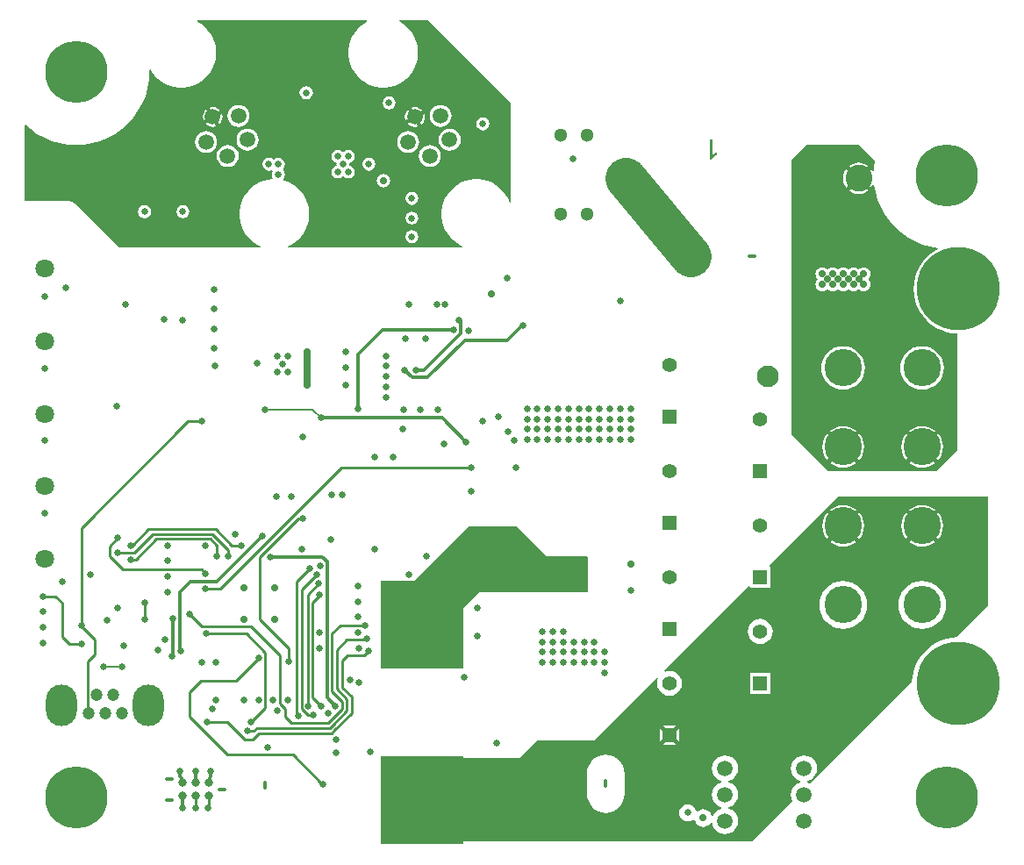
<source format=gbr>
%TF.GenerationSoftware,Altium Limited,Altium Designer,22.0.2 (36)*%
G04 Layer_Physical_Order=1*
G04 Layer_Color=255*
%FSLAX45Y45*%
%MOMM*%
%TF.SameCoordinates,6C3A6253-EFF2-48E9-9C48-1F107FDFC152*%
%TF.FilePolarity,Positive*%
%TF.FileFunction,Copper,L1,Top,Signal*%
%TF.Part,Single*%
G01*
G75*
%TA.AperFunction,SMDPad,CuDef*%
%ADD10R,8.00000X8.50000*%
%TA.AperFunction,BGAPad,CuDef*%
%ADD11C,0.80000*%
%TA.AperFunction,Conductor*%
%ADD12C,4.00000*%
%ADD13C,0.25000*%
%ADD14C,0.30000*%
%ADD15C,0.65000*%
%ADD16C,0.20000*%
%TA.AperFunction,ComponentPad*%
%ADD17C,1.80000*%
%ADD18C,1.40000*%
%ADD19R,1.40000X1.40000*%
%ADD20O,3.00000X4.00000*%
%ADD21C,1.20000*%
%ADD22O,0.80000X0.40000*%
%ADD23C,0.65000*%
%ADD24C,3.60000*%
%ADD25C,8.00000*%
%ADD26C,2.60000*%
%ADD27C,1.50000*%
%ADD28C,2.10000*%
%ADD29C,1.30000*%
%TA.AperFunction,ViaPad*%
%ADD30C,6.00000*%
%TA.AperFunction,WasherPad*%
%ADD31O,0.40000X0.80000*%
%ADD32O,0.80000X0.40000*%
%TA.AperFunction,ViaPad*%
%ADD33C,0.65000*%
%ADD34C,0.70000*%
G36*
X4694250Y7205113D02*
Y6238712D01*
X4681654Y6236652D01*
X4664754Y6277451D01*
X4642674Y6315695D01*
X4615791Y6350730D01*
X4584564Y6381956D01*
X4549529Y6408840D01*
X4511285Y6430920D01*
X4470486Y6447819D01*
X4427830Y6459249D01*
X4384048Y6465013D01*
X4339887D01*
X4296104Y6459249D01*
X4253448Y6447819D01*
X4212649Y6430920D01*
X4174405Y6408840D01*
X4139370Y6381956D01*
X4108144Y6350730D01*
X4081261Y6315695D01*
X4059180Y6277451D01*
X4042281Y6236652D01*
X4030851Y6193996D01*
X4025087Y6150213D01*
Y6106053D01*
X4030851Y6062270D01*
X4042281Y6019614D01*
X4059180Y5978815D01*
X4081261Y5940571D01*
X4108144Y5905536D01*
X4139370Y5874310D01*
X4174405Y5847426D01*
X4212649Y5825346D01*
X4229297Y5818450D01*
X4226771Y5805750D01*
X2547164Y5805750D01*
X2544638Y5818450D01*
X2561285Y5825346D01*
X2599529Y5847426D01*
X2634564Y5874310D01*
X2665790Y5905536D01*
X2692674Y5940571D01*
X2714754Y5978815D01*
X2731654Y6019614D01*
X2743083Y6062270D01*
X2748847Y6106053D01*
Y6150213D01*
X2743083Y6193996D01*
X2731654Y6236652D01*
X2714754Y6277451D01*
X2692674Y6315695D01*
X2665790Y6350730D01*
X2634564Y6381956D01*
X2599529Y6408840D01*
X2561285Y6430920D01*
X2520486Y6447819D01*
X2499124Y6453543D01*
X2496670Y6467349D01*
X2508874Y6485614D01*
X2513724Y6510000D01*
X2508874Y6534386D01*
X2497552Y6551331D01*
X2495965Y6560000D01*
X2497552Y6568669D01*
X2508874Y6585614D01*
X2513724Y6610000D01*
X2508874Y6634386D01*
X2495060Y6655060D01*
X2474386Y6668874D01*
X2450000Y6673725D01*
X2425614Y6668874D01*
X2405000Y6655100D01*
X2384386Y6668874D01*
X2360000Y6673725D01*
X2335614Y6668874D01*
X2314940Y6655060D01*
X2301126Y6634386D01*
X2296276Y6610000D01*
X2301126Y6585614D01*
X2314940Y6564940D01*
X2335614Y6551126D01*
X2360000Y6546275D01*
X2384386Y6551126D01*
X2389175Y6554326D01*
X2398331Y6545170D01*
X2391126Y6534386D01*
X2386275Y6510000D01*
X2391126Y6485614D01*
X2397407Y6476214D01*
X2391420Y6465013D01*
X2389887D01*
X2346104Y6459249D01*
X2303448Y6447819D01*
X2262649Y6430920D01*
X2224405Y6408840D01*
X2189370Y6381956D01*
X2158144Y6350730D01*
X2131260Y6315695D01*
X2109180Y6277451D01*
X2092281Y6236652D01*
X2080851Y6193996D01*
X2075087Y6150213D01*
Y6106053D01*
X2080851Y6062270D01*
X2092281Y6019614D01*
X2109180Y5978815D01*
X2131260Y5940571D01*
X2158144Y5905536D01*
X2189370Y5874310D01*
X2224405Y5847426D01*
X2262649Y5825346D01*
X2279296Y5818450D01*
X2276770Y5805750D01*
X914513D01*
X510132Y6210132D01*
X486530Y6229501D01*
X459603Y6243894D01*
X430385Y6252757D01*
X400000Y6255750D01*
X450D01*
Y6983899D01*
X13150Y6989582D01*
X59747Y6947940D01*
X124327Y6902119D01*
X193630Y6863816D01*
X266786Y6833514D01*
X342876Y6811593D01*
X420941Y6798329D01*
X500000Y6793889D01*
X579059Y6798329D01*
X657124Y6811593D01*
X733214Y6833514D01*
X806370Y6863816D01*
X875673Y6902119D01*
X940253Y6947940D01*
X999296Y7000704D01*
X1052060Y7059747D01*
X1097881Y7124327D01*
X1136184Y7193630D01*
X1166486Y7266786D01*
X1188407Y7342876D01*
X1201671Y7420941D01*
X1206111Y7500000D01*
X1205017Y7519471D01*
X1217528Y7523203D01*
X1231821Y7498446D01*
X1258704Y7463411D01*
X1289930Y7432185D01*
X1324965Y7405302D01*
X1363209Y7383221D01*
X1404009Y7366322D01*
X1446664Y7354892D01*
X1490447Y7349128D01*
X1534608D01*
X1578391Y7354892D01*
X1621046Y7366322D01*
X1661846Y7383221D01*
X1700090Y7405302D01*
X1735125Y7432185D01*
X1766351Y7463411D01*
X1793234Y7498446D01*
X1815314Y7536690D01*
X1832214Y7577490D01*
X1843644Y7620145D01*
X1849408Y7663928D01*
Y7708089D01*
X1843644Y7751871D01*
X1832214Y7794527D01*
X1815314Y7835326D01*
X1793234Y7873570D01*
X1766351Y7908605D01*
X1735125Y7939832D01*
X1700090Y7966715D01*
X1665216Y7986850D01*
X1668619Y7999550D01*
X3306436D01*
X3309839Y7986850D01*
X3274966Y7966715D01*
X3239931Y7939832D01*
X3208704Y7908606D01*
X3181821Y7873571D01*
X3159741Y7835327D01*
X3142841Y7794527D01*
X3131412Y7751872D01*
X3125648Y7708089D01*
Y7663928D01*
X3131412Y7620146D01*
X3142841Y7577490D01*
X3159741Y7536691D01*
X3181821Y7498447D01*
X3208704Y7463412D01*
X3239931Y7432185D01*
X3274966Y7405302D01*
X3313210Y7383222D01*
X3354009Y7366322D01*
X3396665Y7354893D01*
X3440447Y7349129D01*
X3484608D01*
X3528391Y7354893D01*
X3571046Y7366322D01*
X3611846Y7383222D01*
X3650090Y7405302D01*
X3685125Y7432185D01*
X3716351Y7463412D01*
X3743234Y7498447D01*
X3765315Y7536691D01*
X3782214Y7577490D01*
X3793644Y7620146D01*
X3799408Y7663928D01*
Y7708089D01*
X3793644Y7751872D01*
X3782214Y7794527D01*
X3765315Y7835327D01*
X3743234Y7873571D01*
X3716351Y7908606D01*
X3685125Y7939832D01*
X3650090Y7966715D01*
X3615216Y7986850D01*
X3618619Y7999550D01*
X3899814D01*
X4694250Y7205113D01*
D02*
G37*
G36*
X8208875Y6641125D02*
X8198330Y6579059D01*
X8196479Y6546102D01*
X8183599Y6543257D01*
X8175324Y6558739D01*
X8169329Y6566044D01*
X8078285Y6475000D01*
X8169329Y6383956D01*
X8175324Y6391261D01*
X8186832Y6412792D01*
X8200081Y6410636D01*
X8211593Y6342876D01*
X8233514Y6266786D01*
X8263817Y6193630D01*
X8302120Y6124327D01*
X8347941Y6059747D01*
X8400705Y6000704D01*
X8459748Y5947940D01*
X8524327Y5902119D01*
X8593631Y5863816D01*
X8666787Y5833514D01*
X8742876Y5811593D01*
X8813297Y5799628D01*
X8815225Y5786418D01*
X8798539Y5778190D01*
X8751671Y5746874D01*
X8709292Y5709708D01*
X8672126Y5667329D01*
X8640810Y5620461D01*
X8615880Y5569907D01*
X8597761Y5516531D01*
X8586764Y5461247D01*
X8583078Y5405000D01*
X8586764Y5348753D01*
X8597761Y5293469D01*
X8615880Y5240093D01*
X8640810Y5189539D01*
X8672126Y5142671D01*
X8709292Y5100292D01*
X8751671Y5063126D01*
X8798539Y5031810D01*
X8849093Y5006880D01*
X8902469Y4988761D01*
X8957753Y4977764D01*
X9000000Y4974995D01*
Y3850000D01*
X8800000Y3650000D01*
X7750000D01*
X7400000Y4000000D01*
Y6650000D01*
X7550000Y6800000D01*
X8050000D01*
X8208875Y6641125D01*
D02*
G37*
G36*
X9300000Y2350000D02*
X8994701Y2044701D01*
X8955137Y2042107D01*
X8897282Y2030599D01*
X8841423Y2011638D01*
X8788517Y1985547D01*
X8739470Y1952775D01*
X8695119Y1913881D01*
X8656225Y1869530D01*
X8623453Y1820483D01*
X8597362Y1767577D01*
X8578401Y1711718D01*
X8566893Y1653863D01*
X8564300Y1614300D01*
X7583730Y633729D01*
X7557772Y644482D01*
X7557766Y644502D01*
Y657498D01*
X7557772Y657518D01*
X7585039Y668813D01*
X7611151Y688849D01*
X7631187Y714961D01*
X7643783Y745368D01*
X7648078Y778000D01*
X7643783Y810632D01*
X7631187Y841039D01*
X7611151Y867151D01*
X7585039Y887187D01*
X7554632Y899783D01*
X7522000Y904078D01*
X7489368Y899783D01*
X7458961Y887187D01*
X7432849Y867151D01*
X7412813Y841039D01*
X7400217Y810632D01*
X7395921Y778000D01*
X7400217Y745368D01*
X7412813Y714961D01*
X7432849Y688849D01*
X7458961Y668813D01*
X7486228Y657518D01*
X7486233Y657498D01*
Y644502D01*
X7486228Y644482D01*
X7458961Y633187D01*
X7432849Y613151D01*
X7412813Y587039D01*
X7400217Y556632D01*
X7395921Y524000D01*
X7400217Y491368D01*
X7412270Y462270D01*
X7025000Y75000D01*
X3500000Y75000D01*
X3500000Y875000D01*
X4775000Y875000D01*
X4950000Y1050000D01*
X5500000D01*
X6103546Y1653546D01*
X6114313Y1646352D01*
X6108089Y1631326D01*
X6103965Y1600000D01*
X6108089Y1568674D01*
X6120180Y1539483D01*
X6139415Y1514415D01*
X6164482Y1495180D01*
X6193674Y1483089D01*
X6225000Y1478965D01*
X6256326Y1483089D01*
X6285518Y1495180D01*
X6310585Y1514415D01*
X6329820Y1539483D01*
X6341911Y1568674D01*
X6346035Y1600000D01*
X6341911Y1631326D01*
X6329820Y1660518D01*
X6310585Y1685585D01*
X6285518Y1704820D01*
X6256326Y1716911D01*
X6225000Y1721035D01*
X6193674Y1716911D01*
X6178648Y1710687D01*
X6171454Y1721454D01*
X6988267Y2538267D01*
X7000000Y2533406D01*
Y2525000D01*
X7200000D01*
Y2725000D01*
X7191594D01*
X7186734Y2736733D01*
X7850000Y3400000D01*
X9300000Y3400000D01*
X9300000Y2350000D01*
D02*
G37*
G36*
X5030000Y2830000D02*
X5430000D01*
X5440000Y2820000D01*
Y2480000D01*
X4389999Y2479999D01*
X4220000Y2310000D01*
X4220000Y1802700D01*
X4213482Y1790000D01*
X3450000D01*
X3450000Y2270000D01*
X4290000Y3109999D01*
X4750000Y3110000D01*
X5030000Y2830000D01*
D02*
G37*
G36*
X6638201Y6696280D02*
X6638478Y6696558D01*
X6639867Y6697668D01*
X6641532Y6699334D01*
X6644309Y6701277D01*
X6647362Y6703776D01*
X6651249Y6706552D01*
X6655691Y6709606D01*
X6660688Y6712660D01*
X6660966D01*
X6661243Y6712937D01*
X6662909Y6714048D01*
X6665685Y6715436D01*
X6669017Y6717102D01*
X6672904Y6719045D01*
X6677068Y6720988D01*
X6681232Y6722932D01*
X6685397Y6724597D01*
Y6701832D01*
X6685119D01*
X6684564Y6701277D01*
X6683453Y6701000D01*
X6682065Y6700167D01*
X6680399Y6699334D01*
X6678456Y6698223D01*
X6673736Y6695447D01*
X6668184Y6692393D01*
X6662632Y6688507D01*
X6656802Y6684065D01*
X6650971Y6679345D01*
X6650694Y6679067D01*
X6650416Y6678790D01*
X6649583Y6677957D01*
X6648473Y6677124D01*
X6645974Y6674348D01*
X6642643Y6671016D01*
X6639311Y6667130D01*
X6635702Y6662688D01*
X6632648Y6658246D01*
X6629872Y6653526D01*
X6614603D01*
Y6846473D01*
X6638201D01*
Y6696280D01*
D02*
G37*
%LPC*%
G36*
X2720000Y7363724D02*
X2695614Y7358874D01*
X2674940Y7345060D01*
X2661126Y7324386D01*
X2656275Y7300000D01*
X2661126Y7275614D01*
X2674940Y7254940D01*
X2695614Y7241126D01*
X2720000Y7236275D01*
X2744386Y7241126D01*
X2765060Y7254940D01*
X2778874Y7275614D01*
X2783724Y7300000D01*
X2778874Y7324386D01*
X2765060Y7345060D01*
X2744386Y7358874D01*
X2720000Y7363724D01*
D02*
G37*
G36*
X3520000Y7263725D02*
X3495614Y7258874D01*
X3474940Y7245060D01*
X3461126Y7224386D01*
X3456276Y7200000D01*
X3461126Y7175614D01*
X3474940Y7154940D01*
X3495614Y7141126D01*
X3520000Y7136276D01*
X3544386Y7141126D01*
X3565060Y7154940D01*
X3578874Y7175614D01*
X3583725Y7200000D01*
X3578874Y7224386D01*
X3565060Y7245060D01*
X3544386Y7258874D01*
X3520000Y7263725D01*
D02*
G37*
G36*
X1818145Y7160559D02*
X1793345Y7157294D01*
X1788873Y7155442D01*
X1825465Y7092061D01*
X1888846Y7128654D01*
X1885899Y7132494D01*
X1866055Y7147722D01*
X1842945Y7157294D01*
X1818145Y7160559D01*
D02*
G37*
G36*
X3768145Y7160560D02*
X3743345Y7157295D01*
X3738872Y7155442D01*
X3775465Y7092061D01*
X3838847Y7128654D01*
X3835899Y7132495D01*
X3816055Y7147722D01*
X3792945Y7157295D01*
X3768145Y7160560D01*
D02*
G37*
G36*
X3704231Y7135442D02*
X3700390Y7132495D01*
X3685163Y7112650D01*
X3675590Y7089540D01*
X3672325Y7064740D01*
X3675590Y7039940D01*
X3677443Y7035468D01*
X3740824Y7072061D01*
X3704231Y7135442D01*
D02*
G37*
G36*
X1754231D02*
X1750390Y7132494D01*
X1735163Y7112649D01*
X1725590Y7089540D01*
X1722325Y7064740D01*
X1725590Y7039940D01*
X1727443Y7035468D01*
X1790824Y7072061D01*
X1754231Y7135442D01*
D02*
G37*
G36*
X3858847Y7094013D02*
X3795465Y7057419D01*
X3832058Y6994038D01*
X3835899Y6996986D01*
X3851127Y7016831D01*
X3860699Y7039940D01*
X3863964Y7064740D01*
X3860699Y7089540D01*
X3858847Y7094013D01*
D02*
G37*
G36*
X1908847Y7094013D02*
X1845466Y7057420D01*
X1882059Y6994038D01*
X1885899Y6996985D01*
X1901127Y7016830D01*
X1910700Y7039940D01*
X1913964Y7064740D01*
X1910700Y7089540D01*
X1908847Y7094013D01*
D02*
G37*
G36*
X4015515Y7182009D02*
X3988105Y7178400D01*
X3962562Y7167821D01*
X3940628Y7150990D01*
X3923798Y7129056D01*
X3913218Y7103514D01*
X3909609Y7076103D01*
X3913218Y7048693D01*
X3923798Y7023150D01*
X3940628Y7001216D01*
X3962562Y6984386D01*
X3988105Y6973806D01*
X4015515Y6970197D01*
X4042925Y6973806D01*
X4068468Y6984386D01*
X4090402Y7001216D01*
X4107232Y7023150D01*
X4117812Y7048693D01*
X4121421Y7076103D01*
X4117812Y7103514D01*
X4107232Y7129056D01*
X4090402Y7150990D01*
X4068468Y7167820D01*
X4042925Y7178400D01*
X4015515Y7182009D01*
D02*
G37*
G36*
X2065515Y7182009D02*
X2038104Y7178400D01*
X2012562Y7167820D01*
X1990628Y7150990D01*
X1973797Y7129056D01*
X1963217Y7103513D01*
X1959609Y7076103D01*
X1963217Y7048693D01*
X1973797Y7023150D01*
X1990628Y7001216D01*
X2012562Y6984386D01*
X2038104Y6973806D01*
X2065515Y6970197D01*
X2092925Y6973806D01*
X2118467Y6984386D01*
X2140401Y7001216D01*
X2157232Y7023150D01*
X2167812Y7048693D01*
X2171420Y7076103D01*
X2167812Y7103513D01*
X2157232Y7129056D01*
X2140401Y7150990D01*
X2118467Y7167820D01*
X2092925Y7178400D01*
X2065515Y7182009D01*
D02*
G37*
G36*
X3760824Y7037420D02*
X3697443Y7000826D01*
X3700390Y6996986D01*
X3720235Y6981758D01*
X3743345Y6972186D01*
X3768145Y6968921D01*
X3792945Y6972186D01*
X3797417Y6974038D01*
X3760824Y7037420D01*
D02*
G37*
G36*
X1810824D02*
X1747443Y7000826D01*
X1750390Y6996985D01*
X1770235Y6981758D01*
X1793345Y6972185D01*
X1818145Y6968920D01*
X1842945Y6972185D01*
X1847418Y6974038D01*
X1810824Y7037420D01*
D02*
G37*
G36*
X4425000Y7063725D02*
X4400614Y7058874D01*
X4379940Y7045060D01*
X4366126Y7024386D01*
X4361276Y7000000D01*
X4366126Y6975614D01*
X4379940Y6954940D01*
X4400614Y6941126D01*
X4425000Y6936275D01*
X4449387Y6941126D01*
X4470060Y6954940D01*
X4483874Y6975614D01*
X4488725Y7000000D01*
X4483874Y7024386D01*
X4470060Y7045060D01*
X4449387Y7058874D01*
X4425000Y7063725D01*
D02*
G37*
G36*
X2153810Y6951295D02*
X2126400Y6947687D01*
X2100857Y6937107D01*
X2078923Y6920276D01*
X2062093Y6898342D01*
X2051513Y6872800D01*
X2047904Y6845389D01*
X2051513Y6817979D01*
X2062093Y6792437D01*
X2078923Y6770503D01*
X2100857Y6753672D01*
X2126400Y6743092D01*
X2153810Y6739484D01*
X2181221Y6743092D01*
X2206763Y6753672D01*
X2228697Y6770503D01*
X2245527Y6792437D01*
X2256108Y6817979D01*
X2259716Y6845389D01*
X2256108Y6872800D01*
X2245528Y6898342D01*
X2228697Y6920276D01*
X2206763Y6937107D01*
X2181221Y6947687D01*
X2153810Y6951295D01*
D02*
G37*
G36*
X4103810Y6951295D02*
X4076400Y6947686D01*
X4050857Y6937106D01*
X4028923Y6920276D01*
X4012093Y6898342D01*
X4001513Y6872799D01*
X3997904Y6845389D01*
X4001513Y6817978D01*
X4012093Y6792436D01*
X4028923Y6770502D01*
X4050857Y6753672D01*
X4076400Y6743092D01*
X4103810Y6739483D01*
X4131221Y6743092D01*
X4156763Y6753672D01*
X4178697Y6770502D01*
X4195527Y6792436D01*
X4206107Y6817978D01*
X4209716Y6845389D01*
X4206107Y6872799D01*
X4195528Y6898342D01*
X4178697Y6920276D01*
X4156763Y6937106D01*
X4131221Y6947686D01*
X4103810Y6951295D01*
D02*
G37*
G36*
X3125000Y6748725D02*
X3100613Y6743874D01*
X3079940Y6730060D01*
X3070060D01*
X3049386Y6743874D01*
X3025000Y6748725D01*
X3000614Y6743874D01*
X2979940Y6730060D01*
X2966126Y6709387D01*
X2961275Y6685000D01*
X2966126Y6660614D01*
X2979940Y6639940D01*
X3000614Y6626126D01*
X3013955Y6623473D01*
X3011275Y6610000D01*
X3013955Y6596528D01*
X3000614Y6593874D01*
X2979940Y6580060D01*
X2966126Y6559386D01*
X2961275Y6535000D01*
X2966126Y6510614D01*
X2979940Y6489940D01*
X3000614Y6476126D01*
X3025000Y6471276D01*
X3049386Y6476126D01*
X3070060Y6489940D01*
X3079940D01*
X3100613Y6476126D01*
X3125000Y6471276D01*
X3149386Y6476126D01*
X3170060Y6489940D01*
X3183873Y6510614D01*
X3188724Y6535000D01*
X3183873Y6559386D01*
X3170060Y6580060D01*
X3149386Y6593874D01*
X3136045Y6596528D01*
X3138724Y6610000D01*
X3136045Y6623473D01*
X3149386Y6626126D01*
X3170060Y6639940D01*
X3183873Y6660614D01*
X3188724Y6685000D01*
X3183873Y6709387D01*
X3170060Y6730060D01*
X3149386Y6743874D01*
X3125000Y6748725D01*
D02*
G37*
G36*
X1753440Y6929164D02*
X1726030Y6925555D01*
X1700487Y6914976D01*
X1678553Y6898145D01*
X1661723Y6876211D01*
X1651143Y6850669D01*
X1647534Y6823258D01*
X1651143Y6795848D01*
X1661723Y6770305D01*
X1678553Y6748371D01*
X1700487Y6731541D01*
X1726030Y6720961D01*
X1753440Y6717352D01*
X1780850Y6720961D01*
X1806393Y6731541D01*
X1828327Y6748371D01*
X1845157Y6770305D01*
X1855737Y6795848D01*
X1859346Y6823258D01*
X1855737Y6850669D01*
X1845157Y6876211D01*
X1828327Y6898145D01*
X1806393Y6914975D01*
X1780850Y6925555D01*
X1753440Y6929164D01*
D02*
G37*
G36*
X3703440Y6929164D02*
X3676030Y6925555D01*
X3650487Y6914975D01*
X3628553Y6898145D01*
X3611723Y6876211D01*
X3601143Y6850668D01*
X3597534Y6823258D01*
X3601143Y6795847D01*
X3611723Y6770305D01*
X3628553Y6748371D01*
X3650487Y6731541D01*
X3676030Y6720961D01*
X3703440Y6717352D01*
X3730851Y6720961D01*
X3756393Y6731541D01*
X3778327Y6748371D01*
X3795157Y6770305D01*
X3805737Y6795847D01*
X3809346Y6823258D01*
X3805737Y6850668D01*
X3795158Y6876211D01*
X3778327Y6898145D01*
X3756393Y6914975D01*
X3730851Y6925555D01*
X3703440Y6929164D01*
D02*
G37*
G36*
X3911987Y6795638D02*
X3884577Y6792030D01*
X3859034Y6781450D01*
X3837100Y6764619D01*
X3820270Y6742686D01*
X3809690Y6717143D01*
X3806081Y6689733D01*
X3809690Y6662322D01*
X3820270Y6636780D01*
X3837100Y6614846D01*
X3859034Y6598016D01*
X3884577Y6587435D01*
X3911987Y6583827D01*
X3939398Y6587435D01*
X3964940Y6598015D01*
X3986874Y6614846D01*
X4003704Y6636780D01*
X4014284Y6662322D01*
X4017893Y6689733D01*
X4014284Y6717143D01*
X4003704Y6742686D01*
X3986874Y6764619D01*
X3964940Y6781450D01*
X3939398Y6792030D01*
X3911987Y6795638D01*
D02*
G37*
G36*
X1961987D02*
X1934577Y6792030D01*
X1909034Y6781450D01*
X1887100Y6764619D01*
X1870270Y6742686D01*
X1859690Y6717143D01*
X1856081Y6689733D01*
X1859690Y6662322D01*
X1870270Y6636780D01*
X1887100Y6614846D01*
X1909034Y6598016D01*
X1934577Y6587435D01*
X1961987Y6583827D01*
X1989398Y6587435D01*
X2014940Y6598015D01*
X2036874Y6614846D01*
X2053704Y6636780D01*
X2064284Y6662322D01*
X2067893Y6689733D01*
X2064284Y6717143D01*
X2053705Y6742686D01*
X2036874Y6764619D01*
X2014940Y6781450D01*
X1989398Y6792030D01*
X1961987Y6795638D01*
D02*
G37*
G36*
X3325000Y6673725D02*
X3300613Y6668874D01*
X3279940Y6655060D01*
X3266126Y6634387D01*
X3261275Y6610000D01*
X3266126Y6585614D01*
X3279940Y6564940D01*
X3300613Y6551126D01*
X3325000Y6546276D01*
X3349386Y6551126D01*
X3370060Y6564940D01*
X3383874Y6585614D01*
X3388724Y6610000D01*
X3383874Y6634387D01*
X3370060Y6655060D01*
X3349386Y6668874D01*
X3325000Y6673725D01*
D02*
G37*
G36*
X3465000Y6515561D02*
X3448031Y6513327D01*
X3432220Y6506777D01*
X3418642Y6496358D01*
X3408223Y6482780D01*
X3401673Y6466969D01*
X3399439Y6450000D01*
X3401673Y6433032D01*
X3408223Y6417220D01*
X3418642Y6403642D01*
X3432220Y6393223D01*
X3448031Y6386673D01*
X3465000Y6384439D01*
X3481968Y6386673D01*
X3497780Y6393223D01*
X3511358Y6403642D01*
X3521777Y6417220D01*
X3528327Y6433032D01*
X3530561Y6450000D01*
X3528327Y6466969D01*
X3521777Y6482780D01*
X3511358Y6496358D01*
X3497780Y6506777D01*
X3481968Y6513327D01*
X3465000Y6515561D01*
D02*
G37*
G36*
X3740000Y6343724D02*
X3715614Y6338874D01*
X3694940Y6325060D01*
X3681126Y6304386D01*
X3676275Y6280000D01*
X3681126Y6255614D01*
X3694940Y6234940D01*
X3715614Y6221126D01*
X3740000Y6216275D01*
X3764386Y6221126D01*
X3785060Y6234940D01*
X3798874Y6255614D01*
X3803724Y6280000D01*
X3798874Y6304386D01*
X3785060Y6325060D01*
X3764386Y6338874D01*
X3740000Y6343724D01*
D02*
G37*
G36*
X1530000Y6213724D02*
X1505614Y6208874D01*
X1484940Y6195060D01*
X1471126Y6174386D01*
X1466275Y6150000D01*
X1471126Y6125614D01*
X1484940Y6104940D01*
X1505614Y6091126D01*
X1530000Y6086275D01*
X1554386Y6091126D01*
X1575060Y6104940D01*
X1588874Y6125614D01*
X1593725Y6150000D01*
X1588874Y6174386D01*
X1575060Y6195060D01*
X1554386Y6208874D01*
X1530000Y6213724D01*
D02*
G37*
G36*
X1160000D02*
X1135614Y6208874D01*
X1114940Y6195060D01*
X1101126Y6174386D01*
X1096275Y6150000D01*
X1101126Y6125614D01*
X1114940Y6104940D01*
X1135614Y6091126D01*
X1160000Y6086275D01*
X1184386Y6091126D01*
X1205060Y6104940D01*
X1218874Y6125614D01*
X1223725Y6150000D01*
X1218874Y6174386D01*
X1205060Y6195060D01*
X1184386Y6208874D01*
X1160000Y6213724D01*
D02*
G37*
G36*
X3740000Y6153725D02*
X3715614Y6148874D01*
X3694940Y6135060D01*
X3681126Y6114386D01*
X3676275Y6090000D01*
X3681126Y6065614D01*
X3694940Y6044940D01*
X3715614Y6031126D01*
X3740000Y6026275D01*
X3764386Y6031126D01*
X3785060Y6044940D01*
X3798874Y6065614D01*
X3803724Y6090000D01*
X3798874Y6114386D01*
X3785060Y6135060D01*
X3764386Y6148874D01*
X3740000Y6153725D01*
D02*
G37*
G36*
Y5973725D02*
X3715614Y5968874D01*
X3694940Y5955060D01*
X3681126Y5934386D01*
X3676275Y5910000D01*
X3681126Y5885614D01*
X3694940Y5864940D01*
X3715614Y5851126D01*
X3740000Y5846276D01*
X3764386Y5851126D01*
X3785060Y5864940D01*
X3798874Y5885614D01*
X3803724Y5910000D01*
X3798874Y5934386D01*
X3785060Y5955060D01*
X3764386Y5968874D01*
X3740000Y5973725D01*
D02*
G37*
G36*
X8050000Y6625726D02*
X8020595Y6622830D01*
X7992320Y6614252D01*
X7966261Y6600324D01*
X7958956Y6594329D01*
X8050000Y6503284D01*
X8141044Y6594328D01*
X8133739Y6600324D01*
X8107680Y6614252D01*
X8079405Y6622830D01*
X8050000Y6625726D01*
D02*
G37*
G36*
X7930672Y6566044D02*
X7924676Y6558739D01*
X7910748Y6532680D01*
X7902171Y6504405D01*
X7899275Y6475000D01*
X7902171Y6445595D01*
X7910748Y6417320D01*
X7924676Y6391261D01*
X7930672Y6383956D01*
X8021716Y6475000D01*
X7930672Y6566044D01*
D02*
G37*
G36*
X8050000Y6446716D02*
X7958956Y6355672D01*
X7966261Y6349676D01*
X7992320Y6335748D01*
X8020595Y6327170D01*
X8050000Y6324274D01*
X8079405Y6327170D01*
X8107680Y6335748D01*
X8133739Y6349676D01*
X8141044Y6355672D01*
X8050000Y6446716D01*
D02*
G37*
G36*
X8000000Y5615561D02*
X7983032Y5613327D01*
X7967220Y5606777D01*
X7959133Y5600572D01*
X7950000Y5597560D01*
X7940867Y5600572D01*
X7932780Y5606777D01*
X7916968Y5613327D01*
X7900000Y5615561D01*
X7883031Y5613327D01*
X7867220Y5606777D01*
X7859133Y5600572D01*
X7850000Y5597560D01*
X7840867Y5600572D01*
X7832780Y5606777D01*
X7816968Y5613327D01*
X7800000Y5615561D01*
X7783031Y5613327D01*
X7767219Y5606777D01*
X7759133Y5600572D01*
X7750000Y5597560D01*
X7740867Y5600572D01*
X7732781Y5606777D01*
X7716969Y5613327D01*
X7700000Y5615561D01*
X7683032Y5613327D01*
X7667220Y5606777D01*
X7653642Y5596359D01*
X7643223Y5582781D01*
X7636673Y5566969D01*
X7634439Y5550000D01*
X7636673Y5533032D01*
X7643223Y5517220D01*
X7653642Y5503642D01*
X7649428Y5490867D01*
X7643223Y5482781D01*
X7636673Y5466969D01*
X7634439Y5450000D01*
X7636673Y5433032D01*
X7643223Y5417220D01*
X7653642Y5403642D01*
X7667220Y5393223D01*
X7683032Y5386674D01*
X7700000Y5384440D01*
X7716969Y5386674D01*
X7732781Y5393223D01*
X7740867Y5399428D01*
X7750000Y5402441D01*
X7759133Y5399428D01*
X7767219Y5393223D01*
X7783031Y5386674D01*
X7800000Y5384440D01*
X7816968Y5386674D01*
X7832780Y5393223D01*
X7840867Y5399428D01*
X7853642Y5403642D01*
X7867220Y5393223D01*
X7883031Y5386674D01*
X7900000Y5384440D01*
X7916968Y5386674D01*
X7932780Y5393223D01*
X7946358Y5403642D01*
X7959133Y5399428D01*
X7967220Y5393223D01*
X7983032Y5386674D01*
X8000000Y5384440D01*
X8016968Y5386674D01*
X8032780Y5393223D01*
X8040867Y5399428D01*
X8053642Y5403642D01*
X8067220Y5393223D01*
X8083032Y5386673D01*
X8100000Y5384439D01*
X8116969Y5386673D01*
X8132780Y5393223D01*
X8146358Y5403642D01*
X8156777Y5417220D01*
X8163327Y5433032D01*
X8165561Y5450000D01*
X8163327Y5466968D01*
X8156777Y5482780D01*
X8150572Y5490867D01*
X8147560Y5500000D01*
X8150572Y5509133D01*
X8156777Y5517220D01*
X8163327Y5533032D01*
X8165561Y5550000D01*
X8163327Y5566969D01*
X8156777Y5582781D01*
X8146358Y5596358D01*
X8132780Y5606777D01*
X8116969Y5613327D01*
X8100000Y5615561D01*
X8083032Y5613327D01*
X8067220Y5606777D01*
X8059133Y5600572D01*
X8046358Y5596359D01*
X8032780Y5606777D01*
X8016968Y5613327D01*
X8000000Y5615561D01*
D02*
G37*
G36*
X8662000Y4854016D02*
X8620833Y4849961D01*
X8581248Y4837953D01*
X8544766Y4818453D01*
X8512789Y4792211D01*
X8486547Y4760234D01*
X8467047Y4723752D01*
X8455039Y4684167D01*
X8450984Y4643000D01*
X8455039Y4601833D01*
X8467047Y4562248D01*
X8486547Y4525766D01*
X8512789Y4493789D01*
X8544766Y4467547D01*
X8581248Y4448047D01*
X8620833Y4436039D01*
X8662000Y4431984D01*
X8703167Y4436039D01*
X8742752Y4448047D01*
X8779234Y4467547D01*
X8811211Y4493789D01*
X8837453Y4525766D01*
X8856953Y4562248D01*
X8868961Y4601833D01*
X8873016Y4643000D01*
X8868961Y4684167D01*
X8856953Y4723752D01*
X8837453Y4760234D01*
X8811211Y4792211D01*
X8779234Y4818453D01*
X8742752Y4837953D01*
X8703167Y4849961D01*
X8662000Y4854016D01*
D02*
G37*
G36*
X7900000D02*
X7858833Y4849961D01*
X7819248Y4837953D01*
X7782766Y4818453D01*
X7750789Y4792211D01*
X7724547Y4760234D01*
X7705047Y4723752D01*
X7693039Y4684167D01*
X7688984Y4643000D01*
X7693039Y4601833D01*
X7705047Y4562248D01*
X7724547Y4525766D01*
X7750789Y4493789D01*
X7782766Y4467547D01*
X7819248Y4448047D01*
X7858833Y4436039D01*
X7900000Y4431984D01*
X7941167Y4436039D01*
X7980752Y4448047D01*
X8017234Y4467547D01*
X8049211Y4493789D01*
X8075453Y4525766D01*
X8094953Y4562248D01*
X8106961Y4601833D01*
X8111016Y4643000D01*
X8106961Y4684167D01*
X8094953Y4723752D01*
X8075453Y4760234D01*
X8049211Y4792211D01*
X8017234Y4818453D01*
X7980752Y4837953D01*
X7941167Y4849961D01*
X7900000Y4854016D01*
D02*
G37*
G36*
X8662000Y4081968D02*
X8622793Y4078106D01*
X8585093Y4066670D01*
X8550348Y4048099D01*
X8535430Y4035855D01*
X8662000Y3909285D01*
X8788570Y4035855D01*
X8773651Y4048099D01*
X8738907Y4066670D01*
X8701207Y4078106D01*
X8662000Y4081968D01*
D02*
G37*
G36*
X7900000D02*
X7860793Y4078106D01*
X7823093Y4066670D01*
X7788348Y4048099D01*
X7773430Y4035855D01*
X7900000Y3909285D01*
X8026570Y4035855D01*
X8011651Y4048099D01*
X7976907Y4066670D01*
X7939207Y4078106D01*
X7900000Y4081968D01*
D02*
G37*
G36*
X8816855Y4007571D02*
X8690285Y3881000D01*
X8816855Y3754430D01*
X8829098Y3769349D01*
X8847670Y3804093D01*
X8859106Y3841793D01*
X8862968Y3881000D01*
X8859106Y3920207D01*
X8847670Y3957907D01*
X8829098Y3992652D01*
X8816855Y4007571D01*
D02*
G37*
G36*
X8054855D02*
X7928285Y3881000D01*
X8054855Y3754430D01*
X8067098Y3769349D01*
X8085670Y3804093D01*
X8097106Y3841793D01*
X8100968Y3881000D01*
X8097106Y3920207D01*
X8085670Y3957907D01*
X8067098Y3992652D01*
X8054855Y4007571D01*
D02*
G37*
G36*
X8507145D02*
X8494901Y3992652D01*
X8476330Y3957907D01*
X8464894Y3920207D01*
X8461032Y3881000D01*
X8464894Y3841793D01*
X8476330Y3804093D01*
X8494901Y3769349D01*
X8507145Y3754430D01*
X8633716Y3881000D01*
X8507145Y4007571D01*
D02*
G37*
G36*
X7745145D02*
X7732901Y3992652D01*
X7714330Y3957907D01*
X7702894Y3920207D01*
X7699032Y3881000D01*
X7702894Y3841793D01*
X7714330Y3804093D01*
X7732901Y3769349D01*
X7745145Y3754430D01*
X7871716Y3881000D01*
X7745145Y4007571D01*
D02*
G37*
G36*
X8662000Y3852716D02*
X8535429Y3726145D01*
X8550348Y3713902D01*
X8585093Y3695330D01*
X8622793Y3683894D01*
X8662000Y3680033D01*
X8701207Y3683894D01*
X8738907Y3695330D01*
X8773651Y3713902D01*
X8788571Y3726145D01*
X8662000Y3852716D01*
D02*
G37*
G36*
X7900000D02*
X7773429Y3726145D01*
X7788348Y3713902D01*
X7823093Y3695330D01*
X7860793Y3683894D01*
X7900000Y3680033D01*
X7939207Y3683894D01*
X7976907Y3695330D01*
X8011651Y3713902D01*
X8026571Y3726145D01*
X7900000Y3852716D01*
D02*
G37*
G36*
X7900000Y3319968D02*
X7860793Y3316106D01*
X7823093Y3304670D01*
X7788348Y3286099D01*
X7773430Y3273855D01*
X7900000Y3147285D01*
X8026570Y3273855D01*
X8011651Y3286099D01*
X7976907Y3304670D01*
X7939207Y3316106D01*
X7900000Y3319968D01*
D02*
G37*
G36*
X8662000D02*
X8622793Y3316106D01*
X8585093Y3304670D01*
X8550348Y3286099D01*
X8535430Y3273855D01*
X8662000Y3147285D01*
X8788570Y3273855D01*
X8773651Y3286099D01*
X8738907Y3304670D01*
X8701207Y3316106D01*
X8662000Y3319968D01*
D02*
G37*
G36*
X8816855Y3245571D02*
X8690285Y3119000D01*
X8816855Y2992430D01*
X8829098Y3007349D01*
X8847670Y3042093D01*
X8859106Y3079793D01*
X8862968Y3119000D01*
X8859106Y3158207D01*
X8847670Y3195907D01*
X8829098Y3230652D01*
X8816855Y3245571D01*
D02*
G37*
G36*
X8054855D02*
X7928285Y3119000D01*
X8054855Y2992430D01*
X8067098Y3007349D01*
X8085670Y3042093D01*
X8097106Y3079793D01*
X8100968Y3119000D01*
X8097106Y3158207D01*
X8085670Y3195907D01*
X8067098Y3230652D01*
X8054855Y3245571D01*
D02*
G37*
G36*
X7745145D02*
X7732901Y3230652D01*
X7714330Y3195907D01*
X7702894Y3158207D01*
X7699032Y3119000D01*
X7702894Y3079793D01*
X7714330Y3042093D01*
X7732901Y3007349D01*
X7745145Y2992430D01*
X7871716Y3119000D01*
X7745145Y3245571D01*
D02*
G37*
G36*
X8507145D02*
X8494901Y3230652D01*
X8476330Y3195907D01*
X8464894Y3158207D01*
X8461032Y3119000D01*
X8464894Y3079793D01*
X8476330Y3042093D01*
X8494901Y3007349D01*
X8507145Y2992430D01*
X8633716Y3119000D01*
X8507145Y3245571D01*
D02*
G37*
G36*
X8662000Y3090716D02*
X8535429Y2964145D01*
X8550348Y2951902D01*
X8585093Y2933330D01*
X8622793Y2921894D01*
X8662000Y2918033D01*
X8701207Y2921894D01*
X8738907Y2933330D01*
X8773651Y2951902D01*
X8788571Y2964145D01*
X8662000Y3090716D01*
D02*
G37*
G36*
X7900000D02*
X7773429Y2964145D01*
X7788348Y2951902D01*
X7823093Y2933330D01*
X7860793Y2921894D01*
X7900000Y2918033D01*
X7939207Y2921894D01*
X7976907Y2933330D01*
X8011651Y2951902D01*
X8026571Y2964145D01*
X7900000Y3090716D01*
D02*
G37*
G36*
X8662000Y2588113D02*
X8616912Y2583672D01*
X8573557Y2570520D01*
X8533601Y2549163D01*
X8498579Y2520421D01*
X8469837Y2485399D01*
X8448480Y2445443D01*
X8435328Y2402088D01*
X8430887Y2357000D01*
X8435328Y2311912D01*
X8448480Y2268557D01*
X8469837Y2228601D01*
X8498579Y2193579D01*
X8533601Y2164837D01*
X8573557Y2143480D01*
X8616912Y2130328D01*
X8662000Y2125888D01*
X8707088Y2130328D01*
X8750443Y2143480D01*
X8790399Y2164837D01*
X8825421Y2193579D01*
X8854163Y2228601D01*
X8875520Y2268557D01*
X8888672Y2311912D01*
X8893113Y2357000D01*
X8888672Y2402088D01*
X8875520Y2445443D01*
X8854163Y2485399D01*
X8825421Y2520421D01*
X8790399Y2549163D01*
X8750443Y2570520D01*
X8707088Y2583672D01*
X8662000Y2588113D01*
D02*
G37*
G36*
X7900000D02*
X7854912Y2583672D01*
X7811557Y2570520D01*
X7771601Y2549163D01*
X7736579Y2520421D01*
X7707837Y2485399D01*
X7686480Y2445443D01*
X7673328Y2402088D01*
X7668887Y2357000D01*
X7673328Y2311912D01*
X7686480Y2268557D01*
X7707837Y2228601D01*
X7736579Y2193579D01*
X7771601Y2164837D01*
X7811557Y2143480D01*
X7854912Y2130328D01*
X7900000Y2125888D01*
X7945088Y2130328D01*
X7988443Y2143480D01*
X8028399Y2164837D01*
X8063421Y2193579D01*
X8092163Y2228601D01*
X8113520Y2268557D01*
X8126672Y2311912D01*
X8131113Y2357000D01*
X8126672Y2402088D01*
X8113520Y2445443D01*
X8092163Y2485399D01*
X8063421Y2520421D01*
X8028399Y2549163D01*
X7988443Y2570520D01*
X7945088Y2583672D01*
X7900000Y2588113D01*
D02*
G37*
G36*
X7100000Y2221035D02*
X7068674Y2216911D01*
X7039482Y2204820D01*
X7014415Y2185585D01*
X6995180Y2160518D01*
X6983089Y2131326D01*
X6978965Y2100000D01*
X6983089Y2068674D01*
X6995180Y2039483D01*
X7014415Y2014415D01*
X7039482Y1995180D01*
X7068674Y1983089D01*
X7100000Y1978965D01*
X7131326Y1983089D01*
X7160518Y1995180D01*
X7185585Y2014415D01*
X7204820Y2039483D01*
X7216911Y2068674D01*
X7221035Y2100000D01*
X7216911Y2131326D01*
X7204820Y2160518D01*
X7185585Y2185585D01*
X7160518Y2204820D01*
X7131326Y2216911D01*
X7100000Y2221035D01*
D02*
G37*
G36*
X7200000Y1700000D02*
X7000000D01*
Y1500000D01*
X7200000D01*
Y1700000D01*
D02*
G37*
G36*
X6286716Y1190000D02*
X6163285D01*
X6225000Y1128285D01*
X6286716Y1190000D01*
D02*
G37*
G36*
X6315000Y1161715D02*
X6253284Y1100000D01*
X6315000Y1038285D01*
Y1161715D01*
D02*
G37*
G36*
X6135000Y1161715D02*
Y1038284D01*
X6196716Y1100000D01*
X6135000Y1161715D01*
D02*
G37*
G36*
X6225000Y1071716D02*
X6163285Y1010000D01*
X6286715D01*
X6225000Y1071716D01*
D02*
G37*
G36*
X5610000Y910871D02*
X5574714Y907395D01*
X5540784Y897103D01*
X5509513Y880389D01*
X5482105Y857895D01*
X5459611Y830487D01*
X5442897Y799216D01*
X5432605Y765286D01*
X5429129Y730000D01*
Y530000D01*
X5432605Y494714D01*
X5442897Y460784D01*
X5459611Y429513D01*
X5482105Y402105D01*
X5509513Y379611D01*
X5540784Y362897D01*
X5574714Y352605D01*
X5610000Y349129D01*
X5645286Y352605D01*
X5679216Y362897D01*
X5710486Y379611D01*
X5737895Y402105D01*
X5760389Y429513D01*
X5777103Y460784D01*
X5787395Y494714D01*
X5790871Y530000D01*
Y730000D01*
X5787395Y765286D01*
X5777103Y799216D01*
X5760389Y830487D01*
X5737895Y857895D01*
X5710486Y880389D01*
X5679216Y897103D01*
X5645286Y907395D01*
X5610000Y910871D01*
D02*
G37*
G36*
X6760000Y904078D02*
X6727368Y899783D01*
X6696961Y887187D01*
X6670849Y867151D01*
X6650813Y841039D01*
X6638217Y810632D01*
X6633921Y778000D01*
X6638217Y745368D01*
X6650813Y714961D01*
X6670849Y688849D01*
X6696961Y668813D01*
X6724228Y657518D01*
X6724233Y657498D01*
Y644502D01*
X6724228Y644482D01*
X6696961Y633187D01*
X6670849Y613151D01*
X6650813Y587039D01*
X6638217Y556632D01*
X6633921Y524000D01*
X6638217Y491368D01*
X6650813Y460961D01*
X6670849Y434849D01*
X6696961Y414813D01*
X6724228Y403518D01*
X6724233Y403498D01*
Y390502D01*
X6724228Y390482D01*
X6696961Y379187D01*
X6670849Y359151D01*
X6650813Y333039D01*
X6645790Y320913D01*
X6633660Y322106D01*
X6632692Y322479D01*
X6624247Y342867D01*
X6610623Y360623D01*
X6592867Y374247D01*
X6572190Y382812D01*
X6550000Y385733D01*
X6527811Y382812D01*
X6507134Y374247D01*
X6494142Y364278D01*
X6480702Y369063D01*
X6480376Y371537D01*
X6472064Y391606D01*
X6458840Y408840D01*
X6441606Y422064D01*
X6421537Y430377D01*
X6400000Y433212D01*
X6378463Y430377D01*
X6358394Y422064D01*
X6341160Y408840D01*
X6327936Y391606D01*
X6319623Y371537D01*
X6316788Y350000D01*
X6319623Y328463D01*
X6327936Y308394D01*
X6341160Y291160D01*
X6358394Y277936D01*
X6378463Y269624D01*
X6400000Y266788D01*
X6421537Y269624D01*
X6441606Y277936D01*
X6453191Y286826D01*
X6466722Y281347D01*
X6467188Y277810D01*
X6475753Y257133D01*
X6489377Y239377D01*
X6507134Y225753D01*
X6527811Y217188D01*
X6550000Y214267D01*
X6572190Y217188D01*
X6592867Y225753D01*
X6610623Y239377D01*
X6623017Y255529D01*
X6629091Y255366D01*
X6636189Y252776D01*
X6638217Y237368D01*
X6650813Y206961D01*
X6670849Y180849D01*
X6696961Y160813D01*
X6727368Y148217D01*
X6760000Y143921D01*
X6792632Y148217D01*
X6823039Y160813D01*
X6849151Y180849D01*
X6869187Y206961D01*
X6881783Y237368D01*
X6886078Y270000D01*
X6881783Y302632D01*
X6869187Y333039D01*
X6849151Y359151D01*
X6823039Y379187D01*
X6795772Y390482D01*
X6795766Y390502D01*
Y403498D01*
X6795772Y403518D01*
X6823039Y414813D01*
X6849151Y434849D01*
X6869187Y460961D01*
X6881783Y491368D01*
X6886078Y524000D01*
X6881783Y556632D01*
X6869187Y587039D01*
X6849151Y613151D01*
X6823039Y633187D01*
X6795772Y644482D01*
X6795766Y644502D01*
Y657498D01*
X6795772Y657518D01*
X6823039Y668813D01*
X6849151Y688849D01*
X6869187Y714961D01*
X6881783Y745368D01*
X6886078Y778000D01*
X6881783Y810632D01*
X6869187Y841039D01*
X6849151Y867151D01*
X6823039Y887187D01*
X6792632Y899783D01*
X6760000Y904078D01*
D02*
G37*
%LPD*%
D10*
X3840001Y2170000D02*
D03*
Y470000D02*
D03*
D11*
X1523001Y513000D02*
D03*
Y640000D02*
D03*
X1650001Y513000D02*
D03*
Y640000D02*
D03*
X1777001Y513000D02*
D03*
Y640000D02*
D03*
D12*
X5800000Y6475000D02*
X6428805Y5718758D01*
D13*
X2141480Y2078521D02*
X2325000Y1895001D01*
Y1365000D02*
Y1895001D01*
X2190000Y1230000D02*
X2325000Y1365000D01*
X2967500Y2077499D02*
X3047500Y2157500D01*
X2967500Y1522501D02*
Y2077499D01*
X3012499Y1547501D02*
Y1922499D01*
X2967500Y1522501D02*
X3067501Y1422500D01*
X3012499Y1547501D02*
X3112501Y1447500D01*
X3012499Y1922499D02*
X3112501Y2022500D01*
X1960000Y910000D02*
X2590000D01*
X1590000Y1280000D02*
X1960000Y910000D01*
X1776000Y512000D02*
X1777001Y513000D01*
X1776000Y401000D02*
Y512000D01*
X1775000Y400000D02*
X1776000Y401000D01*
X1650000Y513000D02*
X1650001Y513000D01*
X1650000Y400000D02*
Y513000D01*
X1650000Y400000D02*
X1650000Y400000D01*
X3047500Y2157500D02*
X3290001D01*
X1750000Y2510000D02*
X1890001D01*
X3060500Y3680500D01*
X1710000Y2700000D02*
X1750000Y2660000D01*
X950000Y2700000D02*
X1710000D01*
X1813640Y3040000D02*
X1970000Y2883639D01*
Y2830000D02*
X1970000Y2830000D01*
X1970000Y2830000D02*
Y2883639D01*
X1860000Y2830000D02*
Y2930000D01*
X1275000Y2995000D02*
X1795000D01*
X1860000Y2930000D01*
X1060000Y2860000D02*
X1240000Y3040000D01*
X1813640D01*
X1845000Y3085000D02*
X2000000Y2930000D01*
X1197177Y3085000D02*
X1845000D01*
X2000000Y2930000D02*
X2090000D01*
X1076265Y2796265D02*
X1275000Y2995000D01*
X1042177Y2930000D02*
X1197177Y3085000D01*
X1030000Y2930000D02*
X1042177D01*
X2780000Y1460000D02*
Y2377500D01*
X2850000Y2447500D02*
Y2450000D01*
X2780000Y2377500D02*
X2850000Y2447500D01*
X2625001Y1302489D02*
Y2577501D01*
X2752500Y2705000D02*
Y2710000D01*
X2625001Y2577501D02*
X2752500Y2705000D01*
X2735000Y2457500D02*
X2842500Y2565000D01*
X2735000Y1384993D02*
Y2457500D01*
Y1384993D02*
X2739989Y1380004D01*
X2674989Y2507697D02*
X2817292Y2650000D01*
X2674989Y1353081D02*
Y2507697D01*
Y1353081D02*
X2738065Y1290005D01*
X2789989D01*
X2962739Y1120000D02*
X2990239Y1147500D01*
X2260000Y1120000D02*
X2962739D01*
X2949099Y1170000D02*
X2971599Y1192500D01*
X2242178Y1170000D02*
X2949099D01*
X2935460Y1220000D02*
X3067501Y1352041D01*
X2580000Y1220000D02*
X2935460D01*
X2520000Y1280000D02*
X2580000Y1220000D01*
X3067501Y1352041D02*
Y1422500D01*
X2520000Y1280000D02*
Y1350000D01*
X2990239Y1147500D02*
X2990239D01*
X3157500Y1314762D01*
X2971599Y1192500D02*
X2971600D01*
X3112501Y1333401D01*
Y1447500D01*
X3157500Y1314762D02*
Y1472500D01*
X3070000Y1560000D02*
X3157500Y1472500D01*
X550000Y2157500D02*
Y3100000D01*
Y2150000D02*
Y2157500D01*
X1580000Y4130000D02*
X1710000D01*
X2270000Y2220001D02*
X2550000Y1940001D01*
X2270000Y2220001D02*
Y2820000D01*
X2550000Y1810000D02*
Y1940001D01*
X1710000Y2150000D02*
X2190001D01*
X2470000Y1400000D02*
Y1870001D01*
X2190001Y2150000D02*
X2470000Y1870001D01*
X2625001Y1302489D02*
X2639989Y1287500D01*
X2470000Y1400000D02*
X2520000Y1350000D01*
X680000Y1880000D02*
Y2020000D01*
X550000Y2150000D02*
X680000Y2020000D01*
X550000Y3100000D02*
X1580000Y4130000D01*
X820000Y2830000D02*
X950000Y2700000D01*
X1030000Y2790000D02*
X1036266Y2796265D01*
X1076265D01*
X900000Y2860000D02*
X1060000D01*
X820000Y2920000D02*
X900000Y3000000D01*
X820000Y2830000D02*
Y2920000D01*
X365000Y2045001D02*
Y2375001D01*
X430001Y1980000D02*
X550000D01*
X365000Y2045001D02*
X430001Y1980000D01*
X180000Y2440000D02*
X300001D01*
X365000Y2375001D01*
X3279985Y1870000D02*
X3319988Y1910003D01*
X3120000Y1870000D02*
X3279985D01*
X3292501Y2022500D02*
X3300001Y2030000D01*
X3112501Y2022500D02*
X3292501D01*
X3060500Y3680500D02*
X4310001D01*
X2590000Y910000D02*
X2870963Y629038D01*
X2270000Y2820000D02*
X2640001Y3190000D01*
X2690000D01*
X2870963Y629038D02*
X2879038D01*
X1760000Y1230000D02*
X1960001D01*
X2130001Y1060000D01*
X2200000D01*
X2260000Y1120000D01*
X2212177Y1140000D02*
X2242178Y1170000D01*
X2150001Y1140000D02*
X2212177D01*
X3070000Y1560000D02*
Y1820000D01*
X3120000Y1870000D01*
X2780000Y1460000D02*
X2860000Y1380000D01*
X1590000Y1510000D02*
X1700000Y1620000D01*
X1590000Y1280000D02*
Y1510000D01*
X2040000Y1620000D02*
X2260000Y1840000D01*
X1700000Y1620000D02*
X2040000D01*
X1756021Y2078521D02*
X2141480D01*
X607501Y1807500D02*
X680000Y1880000D01*
X607501Y1322500D02*
X620001Y1310000D01*
X607501Y1322500D02*
Y1807500D01*
X1160000Y2220000D02*
Y2380000D01*
X1590000Y2270000D02*
X1710000Y2150000D01*
D14*
X2919999Y1460001D02*
Y2775001D01*
Y1460001D02*
X3000000Y1380001D01*
X1800000Y700000D02*
Y750000D01*
X1777001Y640000D02*
X1786567Y649567D01*
Y686568D01*
X1800000Y700000D01*
X1523001Y513000D02*
X1524000Y512000D01*
Y401000D02*
Y512000D01*
Y401000D02*
X1525000Y400000D01*
X1650000Y640000D02*
X1650001Y640000D01*
X1650000Y640000D02*
Y750000D01*
X1650000Y750000D02*
X1650000Y750000D01*
X1513434Y649567D02*
X1523001Y640000D01*
X1513434Y649567D02*
Y686567D01*
X1500000Y700000D02*
X1513434Y686567D01*
X1500000Y700000D02*
Y750000D01*
X3780001Y4620824D02*
X3850825D01*
X3745001Y4550000D02*
X3890000D01*
X3850825Y4620824D02*
X4210000Y4980000D01*
X3670001Y4625000D02*
X3745001Y4550000D01*
X3890000D02*
X4250000Y4910000D01*
X4210000Y4980000D02*
Y5100000D01*
X2874999Y2820001D02*
X2919999Y2775001D01*
X2369990Y2820001D02*
X2874999D01*
X4250000Y4910000D02*
X4660000D01*
X4800529Y5050000D02*
X4810000D01*
X4660000Y4910000D02*
X4782500Y5032500D01*
X4783029D02*
X4800529Y5050000D01*
X4782500Y5032500D02*
X4783029D01*
X2860000Y4160000D02*
X4030000Y4160000D01*
X3460000Y5010000D02*
X4140000D01*
X3220000Y4770000D02*
X3460000Y5010000D01*
X1600000Y2580000D02*
X1854541D01*
X2299541Y3025000D02*
X2299541D01*
X1854541Y2580000D02*
X2299541Y3025000D01*
X4030000Y4160000D02*
X4260000Y3930000D01*
X3000000Y1380000D02*
Y1380001D01*
X1427390Y1861305D02*
X1430000Y1863915D01*
Y2222500D01*
X1500000Y1919994D02*
X1509991Y1910003D01*
X1500000Y1919994D02*
Y2480000D01*
X3220000Y4250000D02*
Y4770000D01*
X1500000Y2480000D02*
X1600000Y2580000D01*
D15*
X2730000Y4480000D02*
Y4800000D01*
X2730000Y4800000D02*
X2730000Y4800000D01*
D16*
X2780001Y4240000D02*
X2860000Y4160000D01*
X2320000Y4240000D02*
X2780001D01*
X760001Y1760000D02*
X940000D01*
D17*
X200000Y5600000D02*
D03*
Y4900000D02*
D03*
Y3500000D02*
D03*
Y2800000D02*
D03*
Y4200000D02*
D03*
D18*
X6225000Y4675000D02*
D03*
X7100000Y3125000D02*
D03*
Y2100000D02*
D03*
X6225001Y3650000D02*
D03*
X7100001Y4150000D02*
D03*
X6225000Y1600000D02*
D03*
Y2625000D02*
D03*
D19*
Y4175000D02*
D03*
X7100000Y2625000D02*
D03*
Y1600000D02*
D03*
X6225001Y3150000D02*
D03*
X7100001Y3650000D02*
D03*
X6225000Y1100000D02*
D03*
Y2125000D02*
D03*
D20*
X360001Y1390000D02*
D03*
X1200001D02*
D03*
D21*
X860001Y1490000D02*
D03*
X780001Y1310000D02*
D03*
X700001Y1490000D02*
D03*
X620001Y1310000D02*
D03*
X940001D02*
D03*
D22*
X1396001Y678100D02*
D03*
Y474900D02*
D03*
X1904001Y576500D02*
D03*
D23*
X3125000Y6685000D02*
D03*
X3025000D02*
D03*
Y6535000D02*
D03*
X3125000D02*
D03*
X3075000Y6610000D02*
D03*
X2440000Y4605000D02*
D03*
X2540000D02*
D03*
Y4755000D02*
D03*
X2440000D02*
D03*
X2490000Y4680000D02*
D03*
D24*
X8662000Y3119000D02*
D03*
X7900000D02*
D03*
X8662000Y2357000D02*
D03*
X7900000D02*
D03*
Y3881000D02*
D03*
X8662000D02*
D03*
X7900000Y4643000D02*
D03*
X8662000D02*
D03*
D25*
X9014000Y1595000D02*
D03*
Y5405000D02*
D03*
D26*
X8050000Y6475000D02*
D03*
X5800000D02*
D03*
D27*
X1961987Y6689733D02*
D03*
X2153810Y6845389D02*
D03*
X1753440Y6823258D02*
D03*
X1818145Y7064740D02*
D03*
X2065515Y7076103D02*
D03*
X7522000Y270000D02*
D03*
X6760000Y778000D02*
D03*
X7522000D02*
D03*
X6760000Y270000D02*
D03*
Y524000D02*
D03*
X7522000D02*
D03*
X3911987Y6689733D02*
D03*
X4103810Y6845389D02*
D03*
X3703440Y6823258D02*
D03*
X3768145Y7064740D02*
D03*
X4015515Y7076103D02*
D03*
D28*
X6428805Y5718758D02*
D03*
X7170355Y4563162D02*
D03*
D29*
X5173000Y6891000D02*
D03*
X5427000D02*
D03*
Y6129000D02*
D03*
X5173000D02*
D03*
D30*
X500000Y500000D02*
D03*
Y7500000D02*
D03*
X8900000Y6500000D02*
D03*
Y500000D02*
D03*
D31*
X2320000Y620000D02*
D03*
X5610000Y630000D02*
D03*
D32*
X7025000Y5725000D02*
D03*
D33*
X1524997Y5099990D02*
D03*
X1800000Y750000D02*
D03*
X1500000D02*
D03*
X1650000D02*
D03*
X4655830Y5507500D02*
D03*
X5850000Y2500000D02*
D03*
X5750000Y5290000D02*
D03*
X6400000Y350000D02*
D03*
X3780001Y4620824D02*
D03*
X5290000Y6660000D02*
D03*
X1750000Y2510000D02*
D03*
X1750000Y2660000D02*
D03*
X2035001Y3040000D02*
D03*
X1380000Y2780000D02*
D03*
X1380000Y2630000D02*
D03*
X1380000Y2930000D02*
D03*
X1750000D02*
D03*
X2850000Y2450000D02*
D03*
X2842500Y2565000D02*
D03*
X2817292Y2650000D02*
D03*
X2847500Y2090000D02*
D03*
X2852500Y2735000D02*
D03*
X2752500Y2710000D02*
D03*
X3220000Y2390000D02*
D03*
Y2240000D02*
D03*
X3220000Y2090000D02*
D03*
X4240000Y1660000D02*
D03*
X1525000Y400000D02*
D03*
X3010000Y1060000D02*
D03*
X2720000Y7300000D02*
D03*
X3520000Y7200000D02*
D03*
X4310000Y3450000D02*
D03*
X4370000Y2060000D02*
D03*
X4530000Y3040000D02*
D03*
X2360000Y6610000D02*
D03*
X2450000Y6510000D02*
D03*
X1160000Y6150000D02*
D03*
X1530000D02*
D03*
X2450000Y6610000D02*
D03*
X4670000Y4030000D02*
D03*
X4810000Y5050000D02*
D03*
X3710000Y2650000D02*
D03*
X3880000Y2830000D02*
D03*
X4370000Y2330000D02*
D03*
X3660000Y4240000D02*
D03*
X3820000D02*
D03*
X3230000Y1940000D02*
D03*
X2690000Y3980000D02*
D03*
X2730000Y4800000D02*
D03*
X2320000Y4240000D02*
D03*
X1350000Y5110000D02*
D03*
X1830000Y5400000D02*
D03*
Y5210000D02*
D03*
Y5020000D02*
D03*
Y4830000D02*
D03*
X1840000Y4660000D02*
D03*
X1710000Y4130000D02*
D03*
X2249990Y4692500D02*
D03*
X3100000Y4800000D02*
D03*
X2444038Y1334038D02*
D03*
X2540000Y1440000D02*
D03*
X2739989Y1380004D02*
D03*
X2639989Y1287500D02*
D03*
X2789989Y1290005D02*
D03*
X2260000Y1440000D02*
D03*
X2395000D02*
D03*
X4560000Y1020000D02*
D03*
X3740000Y6280000D02*
D03*
Y6090000D02*
D03*
Y5910000D02*
D03*
X3325000Y6610000D02*
D03*
X3010001Y930000D02*
D03*
X1860000Y2830000D02*
D03*
X4740000Y3680000D02*
D03*
X5000000Y2665000D02*
D03*
Y2795000D02*
D03*
X5400000D02*
D03*
Y2665000D02*
D03*
X5200000Y2795000D02*
D03*
Y2730000D02*
D03*
Y2665000D02*
D03*
X1030000Y2790000D02*
D03*
Y2930000D02*
D03*
X2090000D02*
D03*
X1970000Y2830000D02*
D03*
X900000Y2860000D02*
D03*
X1710000Y1800000D02*
D03*
X2120000Y1440000D02*
D03*
X1650000Y400000D02*
D03*
X2930001Y1315000D02*
D03*
X5400000Y2730000D02*
D03*
X5000000D02*
D03*
Y2600000D02*
D03*
X4140000Y5010000D02*
D03*
X4290000Y5000000D02*
D03*
X3990000Y4240000D02*
D03*
X3650000Y4050000D02*
D03*
X3100000Y4480000D02*
D03*
X2580000Y3405000D02*
D03*
X2430000Y3405000D02*
D03*
X900000Y3000000D02*
D03*
X3290001Y2160000D02*
D03*
X3319988Y1910003D02*
D03*
X3300001Y2030000D02*
D03*
X2350000Y980000D02*
D03*
X400000Y5420000D02*
D03*
X200000Y4640000D02*
D03*
Y3940000D02*
D03*
X370001Y2580000D02*
D03*
X200000Y3240000D02*
D03*
X640000Y2650000D02*
D03*
X3490000Y4760000D02*
D03*
Y4560000D02*
D03*
Y4360000D02*
D03*
X2690000Y3190000D02*
D03*
X2369990Y2820001D02*
D03*
X890000Y4270000D02*
D03*
X2860000Y4160000D02*
D03*
X4570001Y4170000D02*
D03*
X4260000Y3930000D02*
D03*
X4420000Y4130000D02*
D03*
X4310001Y3680500D02*
D03*
X2879038Y629038D02*
D03*
X2150001Y1140000D02*
D03*
X3230000Y1610000D02*
D03*
X3140000Y1630000D02*
D03*
X2847500Y1940000D02*
D03*
X3000000Y1380000D02*
D03*
X2860000D02*
D03*
X1760000Y1230000D02*
D03*
X1810000Y1350000D02*
D03*
X1850000Y1440000D02*
D03*
X2550000Y1810000D02*
D03*
X2190000Y1230000D02*
D03*
X1427390Y1861305D02*
D03*
X1509991Y1910003D02*
D03*
X1756021Y2078521D02*
D03*
X2260000Y1840000D02*
D03*
X2964980Y3419520D02*
D03*
X2960000Y2990000D02*
D03*
X3380000Y3780000D02*
D03*
X3070000Y3420000D02*
D03*
X1850000Y1800000D02*
D03*
X5750000Y4150000D02*
D03*
Y4050000D02*
D03*
Y3950000D02*
D03*
X5850000Y4150000D02*
D03*
Y4050000D02*
D03*
Y3950000D02*
D03*
Y4250000D02*
D03*
X5750000D02*
D03*
X4050001Y3910000D02*
D03*
X4530000Y2810000D02*
D03*
X4730000Y3940000D02*
D03*
X3220000Y4250000D02*
D03*
X3875000Y4930000D02*
D03*
X4190001Y5100000D02*
D03*
X3980000Y5260000D02*
D03*
X4055001D02*
D03*
X3710000D02*
D03*
X3560000Y3780000D02*
D03*
X2680000Y2890000D02*
D03*
X2299541Y3025000D02*
D03*
X973500Y5255000D02*
D03*
X180000Y1990000D02*
D03*
Y2140000D02*
D03*
Y2290000D02*
D03*
Y2440000D02*
D03*
X550000Y1980000D02*
D03*
X800000Y2210000D02*
D03*
X900000Y2330000D02*
D03*
X550000Y2157500D02*
D03*
X200000Y5330000D02*
D03*
X3380000Y2890000D02*
D03*
X3100000Y4650000D02*
D03*
X2730000Y4480000D02*
D03*
X1160000Y2380000D02*
D03*
Y2220000D02*
D03*
X960000Y1960000D02*
D03*
X1360000Y2020000D02*
D03*
X1290000Y1920000D02*
D03*
X760001Y1760000D02*
D03*
X940000D02*
D03*
X1590000Y2270000D02*
D03*
X1430000Y2222500D02*
D03*
X1380000Y2480000D02*
D03*
X3670001Y4625000D02*
D03*
X3340001Y940000D02*
D03*
X3220000Y2540000D02*
D03*
X1775000Y400000D02*
D03*
X4425000Y7000000D02*
D03*
X3675000Y4930000D02*
D03*
X3490000Y4660000D02*
D03*
Y4460000D02*
D03*
X4850000Y4250000D02*
D03*
X4950001D02*
D03*
X5050001D02*
D03*
X5150000D02*
D03*
X5250000D02*
D03*
X5350000D02*
D03*
X5450001D02*
D03*
X5550001D02*
D03*
X5650000D02*
D03*
X5200000Y2100000D02*
D03*
X5100000D02*
D03*
X5000000D02*
D03*
Y2000000D02*
D03*
Y1900000D02*
D03*
Y1800000D02*
D03*
X5650000Y3950000D02*
D03*
Y4050000D02*
D03*
Y4150000D02*
D03*
X5550001Y3950000D02*
D03*
Y4050000D02*
D03*
Y4150000D02*
D03*
X5450001Y3950000D02*
D03*
Y4050000D02*
D03*
Y4150000D02*
D03*
X5350000Y3950000D02*
D03*
Y4050000D02*
D03*
Y4150000D02*
D03*
X5250000Y3950000D02*
D03*
Y4050000D02*
D03*
Y4150000D02*
D03*
X5150000Y3950000D02*
D03*
Y4050000D02*
D03*
Y4150000D02*
D03*
X5050001Y3950000D02*
D03*
Y4050000D02*
D03*
Y4150000D02*
D03*
X4950001Y3950000D02*
D03*
Y4050000D02*
D03*
Y4150000D02*
D03*
X4850000Y3950000D02*
D03*
Y4050000D02*
D03*
Y4150000D02*
D03*
X5400000Y2600000D02*
D03*
X5200000D02*
D03*
X5100000Y2000000D02*
D03*
Y1800000D02*
D03*
Y1900000D02*
D03*
X5600000Y1700000D02*
D03*
Y1800000D02*
D03*
Y1900000D02*
D03*
X5500000Y1800000D02*
D03*
Y1900000D02*
D03*
Y2000000D02*
D03*
X5200000Y1800000D02*
D03*
Y1900000D02*
D03*
Y2000000D02*
D03*
X5400000Y1800000D02*
D03*
Y1900000D02*
D03*
Y2000000D02*
D03*
X5300000D02*
D03*
Y1900000D02*
D03*
Y1800000D02*
D03*
D34*
X8100000Y5450000D02*
D03*
Y5550000D02*
D03*
X8050000Y5500000D02*
D03*
X8000000Y5550000D02*
D03*
X7900000D02*
D03*
X7800000D02*
D03*
X7700000D02*
D03*
X7750000Y5500000D02*
D03*
X7850000D02*
D03*
X7950000D02*
D03*
X8000000Y5450000D02*
D03*
X7900000D02*
D03*
X7800000D02*
D03*
X7700000D02*
D03*
X6550000Y300000D02*
D03*
X5850000Y2750000D02*
D03*
X4510000Y5360000D02*
D03*
X2115001Y2520000D02*
D03*
Y2220000D02*
D03*
X2415001D02*
D03*
Y2520000D02*
D03*
X3465000Y6450000D02*
D03*
%TF.MD5,343ca344075ee9ad321ec1d553fe33e5*%
M02*

</source>
